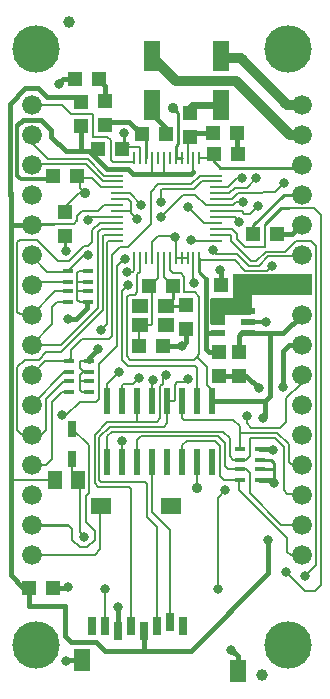
<source format=gbr>
G04 EAGLE Gerber RS-274X export*
G75*
%MOMM*%
%FSLAX34Y34*%
%LPD*%
%INTop Copper*%
%IPPOS*%
%AMOC8*
5,1,8,0,0,1.08239X$1,22.5*%
G01*
%ADD10R,1.100000X0.285000*%
%ADD11R,0.285000X1.100000*%
%ADD12R,0.280000X1.100000*%
%ADD13R,1.200000X0.550000*%
%ADD14R,1.400000X1.900000*%
%ADD15R,1.800000X1.400000*%
%ADD16R,0.700000X1.500000*%
%ADD17R,1.300000X1.200000*%
%ADD18R,1.200000X1.300000*%
%ADD19R,1.400000X1.200000*%
%ADD20R,0.600000X2.200000*%
%ADD21C,4.016000*%
%ADD22C,1.000000*%
%ADD23R,0.900000X0.450000*%
%ADD24C,1.676400*%
%ADD25R,0.800000X1.350000*%
%ADD26R,1.300000X1.500000*%
%ADD27R,1.400000X2.600000*%
%ADD28C,0.406400*%
%ADD29C,0.254000*%
%ADD30C,0.203200*%
%ADD31C,0.806400*%
%ADD32C,0.304800*%
%ADD33C,0.906400*%
%ADD34C,0.609600*%
%ADD35C,0.812800*%

G36*
X188078Y308626D02*
X188078Y308626D01*
X188197Y308633D01*
X188235Y308646D01*
X188276Y308651D01*
X188386Y308694D01*
X188499Y308731D01*
X188534Y308753D01*
X188571Y308768D01*
X188667Y308838D01*
X188768Y308901D01*
X188796Y308931D01*
X188829Y308954D01*
X188905Y309046D01*
X188986Y309133D01*
X189006Y309168D01*
X189031Y309199D01*
X189082Y309307D01*
X189140Y309411D01*
X189150Y309451D01*
X189167Y309487D01*
X189189Y309604D01*
X189219Y309719D01*
X189223Y309780D01*
X189227Y309800D01*
X189225Y309820D01*
X189229Y309880D01*
X189229Y317501D01*
X210820Y317501D01*
X210938Y317516D01*
X211057Y317523D01*
X211095Y317536D01*
X211136Y317541D01*
X211246Y317584D01*
X211359Y317621D01*
X211394Y317643D01*
X211431Y317658D01*
X211527Y317728D01*
X211628Y317791D01*
X211656Y317821D01*
X211689Y317844D01*
X211765Y317936D01*
X211846Y318023D01*
X211866Y318058D01*
X211891Y318089D01*
X211942Y318197D01*
X212000Y318301D01*
X212010Y318341D01*
X212027Y318377D01*
X212049Y318494D01*
X212079Y318609D01*
X212083Y318670D01*
X212087Y318690D01*
X212085Y318710D01*
X212089Y318770D01*
X212089Y334011D01*
X261620Y334011D01*
X261738Y334026D01*
X261857Y334033D01*
X261895Y334046D01*
X261936Y334051D01*
X262046Y334094D01*
X262159Y334131D01*
X262194Y334153D01*
X262231Y334168D01*
X262327Y334238D01*
X262428Y334301D01*
X262456Y334331D01*
X262489Y334354D01*
X262565Y334446D01*
X262646Y334533D01*
X262666Y334568D01*
X262691Y334599D01*
X262742Y334707D01*
X262800Y334811D01*
X262810Y334851D01*
X262827Y334887D01*
X262849Y335004D01*
X262879Y335119D01*
X262883Y335180D01*
X262887Y335200D01*
X262885Y335220D01*
X262889Y335280D01*
X262889Y350520D01*
X262874Y350638D01*
X262867Y350757D01*
X262854Y350795D01*
X262849Y350836D01*
X262806Y350946D01*
X262769Y351059D01*
X262747Y351094D01*
X262732Y351131D01*
X262663Y351227D01*
X262599Y351328D01*
X262569Y351356D01*
X262546Y351389D01*
X262454Y351465D01*
X262367Y351546D01*
X262332Y351566D01*
X262301Y351591D01*
X262193Y351642D01*
X262089Y351700D01*
X262049Y351710D01*
X262013Y351727D01*
X261896Y351749D01*
X261781Y351779D01*
X261721Y351783D01*
X261701Y351787D01*
X261680Y351785D01*
X261620Y351789D01*
X226579Y351789D01*
X226480Y351777D01*
X226381Y351774D01*
X226323Y351757D01*
X226263Y351749D01*
X226171Y351713D01*
X226076Y351685D01*
X226024Y351655D01*
X225967Y351632D01*
X225887Y351574D01*
X225821Y351535D01*
X204964Y351535D01*
X204953Y351546D01*
X204900Y351575D01*
X204852Y351612D01*
X204761Y351652D01*
X204674Y351700D01*
X204615Y351715D01*
X204560Y351739D01*
X204462Y351754D01*
X204366Y351779D01*
X204266Y351785D01*
X204246Y351789D01*
X204234Y351787D01*
X204205Y351789D01*
X196850Y351789D01*
X196732Y351774D01*
X196613Y351767D01*
X196575Y351754D01*
X196534Y351749D01*
X196424Y351706D01*
X196311Y351669D01*
X196276Y351647D01*
X196239Y351632D01*
X196143Y351563D01*
X196042Y351499D01*
X196014Y351469D01*
X195981Y351446D01*
X195906Y351354D01*
X195824Y351267D01*
X195804Y351232D01*
X195779Y351201D01*
X195728Y351093D01*
X195670Y350989D01*
X195660Y350949D01*
X195643Y350913D01*
X195621Y350796D01*
X195591Y350681D01*
X195587Y350621D01*
X195583Y350601D01*
X195584Y350582D01*
X195583Y350577D01*
X195584Y350568D01*
X195581Y350520D01*
X195581Y331469D01*
X177800Y331469D01*
X177682Y331454D01*
X177563Y331447D01*
X177525Y331434D01*
X177484Y331429D01*
X177374Y331386D01*
X177261Y331349D01*
X177226Y331327D01*
X177189Y331312D01*
X177093Y331243D01*
X176992Y331179D01*
X176964Y331149D01*
X176931Y331126D01*
X176856Y331034D01*
X176774Y330947D01*
X176754Y330912D01*
X176729Y330881D01*
X176678Y330773D01*
X176620Y330669D01*
X176610Y330629D01*
X176593Y330593D01*
X176571Y330476D01*
X176541Y330361D01*
X176537Y330301D01*
X176533Y330281D01*
X176534Y330271D01*
X176533Y330269D01*
X176534Y330254D01*
X176531Y330200D01*
X176531Y309880D01*
X176546Y309762D01*
X176553Y309643D01*
X176566Y309605D01*
X176571Y309564D01*
X176614Y309454D01*
X176651Y309341D01*
X176673Y309306D01*
X176688Y309269D01*
X176758Y309173D01*
X176821Y309072D01*
X176851Y309044D01*
X176874Y309011D01*
X176966Y308936D01*
X177053Y308854D01*
X177088Y308834D01*
X177119Y308809D01*
X177227Y308758D01*
X177331Y308700D01*
X177371Y308690D01*
X177407Y308673D01*
X177524Y308651D01*
X177639Y308621D01*
X177700Y308617D01*
X177720Y308613D01*
X177740Y308615D01*
X177800Y308611D01*
X187960Y308611D01*
X188078Y308626D01*
G37*
D10*
X97700Y435170D03*
X97700Y430170D03*
X97700Y425170D03*
X97700Y420170D03*
X97700Y415170D03*
X97700Y410170D03*
X97700Y405170D03*
X97700Y400170D03*
X97700Y395170D03*
X97700Y390170D03*
X97700Y385170D03*
X97700Y380170D03*
D11*
X112200Y365670D03*
X117200Y365670D03*
X122200Y365670D03*
X127200Y365670D03*
X132200Y365670D03*
X137200Y365670D03*
X142200Y365670D03*
X147200Y365670D03*
X152200Y365670D03*
X157200Y365670D03*
X162200Y365670D03*
X167200Y365670D03*
D10*
X181700Y380170D03*
X181700Y385170D03*
X181700Y390170D03*
X181700Y395170D03*
X181700Y400170D03*
X181700Y405170D03*
X181700Y410170D03*
X181700Y415170D03*
X181700Y420170D03*
X181700Y425170D03*
X181700Y430170D03*
X181700Y435170D03*
D11*
X167200Y449670D03*
X162200Y449670D03*
X157200Y449670D03*
X152200Y449670D03*
X147200Y449670D03*
X142200Y449670D03*
X137200Y449670D03*
X132200Y449670D03*
X127200Y449670D03*
X122200Y449670D03*
X117200Y449670D03*
D12*
X112200Y449670D03*
D13*
X208660Y301690D03*
X208660Y311190D03*
X208660Y320690D03*
X182660Y320690D03*
X182660Y311190D03*
X182660Y301690D03*
D14*
X67580Y24620D03*
X199580Y15620D03*
D15*
X83580Y155620D03*
X143580Y155620D03*
D16*
X76580Y53620D03*
X87580Y53620D03*
X98580Y49620D03*
X109580Y53620D03*
X120580Y49620D03*
X131580Y53620D03*
X142580Y57620D03*
X153580Y53620D03*
D17*
X66590Y497894D03*
X66590Y477574D03*
D18*
X233338Y385508D03*
X213018Y385508D03*
D19*
X116882Y324444D03*
X138882Y324444D03*
X116882Y308444D03*
X138882Y308444D03*
D17*
X156210Y325374D03*
X156210Y305054D03*
D18*
X116078Y290830D03*
X136398Y290830D03*
X124714Y341884D03*
X145034Y341884D03*
D17*
X184150Y285750D03*
X184150Y265430D03*
X200660Y285750D03*
X200660Y265430D03*
D18*
X81762Y457630D03*
X102082Y457630D03*
X42942Y434864D03*
X63262Y434864D03*
X22860Y86360D03*
X43180Y86360D03*
X205486Y342138D03*
X185166Y342138D03*
D20*
X165608Y244440D03*
X140208Y192440D03*
X178308Y244440D03*
X152908Y244440D03*
X140208Y244440D03*
X152908Y192440D03*
X127508Y192440D03*
X114808Y192440D03*
X114808Y244440D03*
X89408Y192440D03*
X127508Y244440D03*
X102108Y244440D03*
X102108Y192440D03*
X89408Y244440D03*
X165608Y192440D03*
X178308Y192440D03*
D17*
X87290Y478150D03*
X87290Y498470D03*
D18*
X178560Y471410D03*
X198880Y471410D03*
X82160Y516550D03*
X61840Y516550D03*
X199678Y453742D03*
X179358Y453742D03*
D17*
X53848Y404432D03*
X53848Y384112D03*
X159080Y487880D03*
X159080Y467560D03*
D18*
X138800Y470130D03*
X118480Y470130D03*
D21*
X29210Y38100D03*
X242570Y38100D03*
X242570Y542290D03*
X29210Y542290D03*
D22*
X57150Y565150D03*
X220350Y12190D03*
D23*
X72762Y354122D03*
X55762Y354122D03*
X72762Y345122D03*
X72762Y337122D03*
X72762Y328122D03*
X55762Y328122D03*
X55762Y345122D03*
X55762Y337122D03*
X73524Y277922D03*
X56524Y277922D03*
X73524Y268922D03*
X73524Y260922D03*
X73524Y251922D03*
X56524Y251922D03*
X56524Y268922D03*
X56524Y260922D03*
D24*
X254000Y495300D03*
X254000Y469900D03*
X254000Y444500D03*
X254000Y419100D03*
X254000Y393700D03*
X254000Y368300D03*
X254000Y342900D03*
X254000Y317500D03*
X254000Y292100D03*
X254000Y266700D03*
X254000Y241300D03*
X254000Y215900D03*
X254000Y190500D03*
X254000Y165100D03*
X254000Y139700D03*
X254000Y114300D03*
D23*
X218558Y203500D03*
X201558Y203500D03*
X218558Y194500D03*
X218558Y186500D03*
X218558Y177500D03*
X201558Y177500D03*
X201558Y194500D03*
X201558Y186500D03*
D24*
X25400Y495300D03*
X25400Y469900D03*
X25400Y444500D03*
X25400Y419100D03*
X25400Y393700D03*
X25400Y368300D03*
X25400Y342900D03*
X25400Y317500D03*
X25400Y292100D03*
X25400Y266700D03*
X25400Y241300D03*
X25400Y215900D03*
X25400Y190500D03*
X25400Y165100D03*
X25400Y139700D03*
X25400Y114300D03*
D25*
X59690Y220980D03*
X59690Y195580D03*
D26*
X64110Y177800D03*
X45110Y177800D03*
D27*
X185420Y536120D03*
X185420Y495120D03*
X127000Y536120D03*
X127000Y495120D03*
D28*
X175260Y285750D02*
X184150Y285750D01*
X175260Y285750D02*
X172466Y288544D01*
X172466Y302260D01*
X172466Y347980D01*
D29*
X167200Y353246D02*
X167200Y365670D01*
D28*
X173036Y301690D02*
X182660Y301690D01*
X173036Y301690D02*
X172466Y302260D01*
D30*
X107054Y415170D02*
X97700Y415170D01*
X107054Y415170D02*
X109728Y412496D01*
X109728Y405384D01*
X109728Y403352D01*
X109514Y405170D02*
X97700Y405170D01*
X109728Y403352D02*
X114808Y398272D01*
D31*
X114808Y398272D03*
D30*
X109514Y405170D02*
X109728Y405384D01*
X163830Y419100D02*
X172720Y410210D01*
X163830Y419100D02*
X153416Y419100D01*
D31*
X135128Y400304D03*
D30*
X206248Y354584D02*
X224536Y354584D01*
X228600Y358648D01*
D31*
X228600Y358648D03*
X204488Y412464D03*
D30*
X198120Y412496D02*
X195794Y410170D01*
X167200Y365670D02*
X167200Y364168D01*
X167640Y363728D01*
X197104Y363728D01*
X206248Y354584D01*
X135128Y400304D02*
X134620Y400304D01*
X153416Y419100D01*
D29*
X167200Y353246D02*
X172466Y347980D01*
D30*
X198152Y412464D02*
X198120Y412496D01*
X198152Y412464D02*
X204488Y412464D01*
X195794Y410210D02*
X181660Y410210D01*
X195794Y410210D02*
X195794Y410170D01*
X181660Y410210D02*
X172720Y410210D01*
X181660Y410210D02*
X181700Y410170D01*
D28*
X7112Y419100D02*
X7112Y420370D01*
X7112Y496111D01*
X17780Y86360D02*
X22860Y86360D01*
X17780Y86360D02*
X7479Y96661D01*
X202630Y301690D02*
X208660Y301690D01*
X202630Y301690D02*
X200660Y299720D01*
X200660Y285750D01*
X208660Y301690D02*
X228600Y301690D01*
X238190Y301690D01*
X254000Y317500D01*
X222850Y244440D02*
X178308Y244440D01*
X222850Y244440D02*
X227330Y248920D01*
X227330Y300420D01*
X228600Y301690D01*
X22860Y86360D02*
X22860Y71120D01*
X53340Y71120D01*
X53340Y45720D01*
X58420Y40640D01*
X80010Y40640D01*
X87630Y33020D01*
X120650Y33782D02*
X120650Y49550D01*
X120580Y49620D01*
X218558Y177500D02*
X227884Y177500D01*
X230632Y174752D01*
D31*
X230632Y174752D03*
X225552Y127000D03*
D28*
X225552Y98552D01*
X160020Y33020D01*
X119888Y33020D02*
X87630Y33020D01*
X119888Y33020D02*
X160020Y33020D01*
X120650Y33782D02*
X119888Y33020D01*
D29*
X218558Y194500D02*
X228156Y194500D01*
X230632Y192024D01*
X230632Y185928D01*
X230632Y174752D01*
X230060Y186500D02*
X218558Y186500D01*
X230060Y186500D02*
X230632Y185928D01*
D31*
X221488Y229616D03*
D30*
X167132Y283972D02*
X167132Y332740D01*
X167132Y283972D02*
X165100Y281940D01*
X162560Y279400D01*
X177800Y253746D02*
X177800Y244948D01*
X178308Y244440D01*
X117200Y353928D02*
X117200Y365670D01*
X108712Y279400D02*
X162560Y279400D01*
X105664Y282448D02*
X105664Y332232D01*
D31*
X238760Y428752D03*
D30*
X154432Y349504D02*
X154432Y336296D01*
X163576Y336296D01*
X167132Y332740D01*
X142200Y355386D02*
X142200Y365670D01*
X142200Y355386D02*
X145034Y352552D01*
X151384Y352552D01*
X154432Y349504D01*
X221488Y421640D02*
X231648Y421640D01*
X238760Y428752D01*
X194698Y415170D02*
X181700Y415170D01*
X194698Y415170D02*
X200088Y420560D01*
X220408Y420560D01*
X221488Y421640D01*
X97700Y410170D02*
X86574Y410170D01*
X81280Y404876D01*
X67877Y404876D01*
X64000Y400999D01*
X64000Y397566D01*
X64000Y396999D01*
X60722Y394288D02*
X44212Y394288D01*
X105664Y332232D02*
X107696Y334264D01*
X112776Y334264D01*
X114808Y336296D01*
X114808Y351536D01*
X117200Y353928D01*
X173736Y257810D02*
X177800Y253746D01*
X173736Y257810D02*
X173736Y273304D01*
X165100Y281940D01*
X45110Y177800D02*
X7487Y177800D01*
X7479Y177792D01*
X108712Y279400D02*
X105664Y282448D01*
D28*
X222850Y244440D02*
X222850Y230978D01*
X221488Y229616D01*
X7479Y177792D02*
X7479Y96661D01*
X7479Y177792D02*
X7479Y391999D01*
X7479Y420003D01*
X7112Y420370D01*
X9180Y393700D02*
X25400Y393700D01*
X9180Y393700D02*
X7479Y391999D01*
D29*
X25988Y394288D02*
X44212Y394288D01*
X25988Y394288D02*
X25400Y393700D01*
D30*
X60722Y394288D02*
X64000Y397566D01*
D28*
X7112Y496111D02*
X20000Y508999D01*
X31000Y508999D01*
X38000Y501999D01*
X65025Y501999D01*
X65025Y499459D01*
X66590Y497894D01*
X81280Y288544D02*
X73706Y280970D01*
D31*
X81280Y288544D03*
D30*
X73524Y251922D02*
X68118Y251922D01*
X66040Y254000D01*
X66040Y261112D01*
X66040Y266192D01*
X68770Y268922D01*
X73524Y268922D01*
X73524Y260922D02*
X66230Y260922D01*
X66040Y261112D01*
D31*
X99568Y269240D03*
X55880Y313944D03*
D28*
X62992Y313944D01*
D30*
X65578Y354122D02*
X72762Y354122D01*
X65578Y354122D02*
X64008Y352552D01*
X64008Y345440D01*
X64008Y337312D01*
X64008Y330200D01*
X66040Y328168D01*
X71716Y328168D01*
X72762Y337122D02*
X64198Y337122D01*
X64008Y337312D01*
X64326Y345122D02*
X72762Y345122D01*
X64326Y345122D02*
X64008Y345440D01*
D31*
X146304Y383032D03*
D30*
X127200Y379168D02*
X127200Y365670D01*
X127200Y379168D02*
X132080Y384048D01*
D31*
X184912Y355600D03*
D28*
X185166Y355346D02*
X185166Y342138D01*
X185166Y355346D02*
X184912Y355600D01*
D31*
X134874Y412750D03*
D30*
X169058Y430170D02*
X181700Y430170D01*
D31*
X223520Y310896D03*
D32*
X223226Y311190D02*
X208660Y311190D01*
X223226Y311190D02*
X223520Y310896D01*
D31*
X237744Y256032D03*
D28*
X237744Y286512D02*
X243332Y292100D01*
X237744Y286512D02*
X237744Y256032D01*
D31*
X217424Y255016D03*
D28*
X200660Y265430D02*
X184150Y265430D01*
D31*
X152400Y290576D03*
D28*
X152146Y290830D02*
X136398Y290830D01*
X152146Y290830D02*
X152400Y290576D01*
D31*
X117856Y410464D03*
D30*
X108150Y420170D02*
X97700Y420170D01*
X108150Y420170D02*
X117856Y410464D01*
D31*
X229870Y203200D03*
D28*
X229570Y203500D02*
X218558Y203500D01*
X229570Y203500D02*
X229870Y203200D01*
D31*
X56134Y86614D03*
X98552Y70104D03*
D28*
X98580Y70076D02*
X98580Y49620D01*
X98580Y70076D02*
X98552Y70104D01*
D31*
X54102Y24384D03*
X194056Y33528D03*
D28*
X67580Y24620D02*
X54338Y24620D01*
X54102Y24384D01*
X199580Y28004D02*
X199580Y15620D01*
X199580Y28004D02*
X194056Y33528D01*
D30*
X162560Y423672D02*
X169058Y430170D01*
X162560Y423672D02*
X135636Y423672D01*
X134874Y422910D01*
X134874Y412750D01*
X73524Y268922D02*
X69406Y268922D01*
X66040Y272288D01*
X66040Y278384D01*
D28*
X200660Y265430D02*
X207010Y265430D01*
X217424Y255016D01*
D30*
X145288Y384048D02*
X132080Y384048D01*
X145288Y384048D02*
X146304Y383032D01*
X147200Y382136D02*
X147200Y365670D01*
X147200Y382136D02*
X146304Y383032D01*
D28*
X243332Y292100D02*
X254000Y292100D01*
D30*
X89408Y259080D02*
X89408Y244440D01*
X89408Y259080D02*
X99568Y269240D01*
X73794Y280882D02*
X73706Y280970D01*
D28*
X152400Y290576D02*
X156210Y294386D01*
X156210Y305054D01*
X56134Y86614D02*
X55880Y86360D01*
X43180Y86360D01*
X62992Y313944D02*
X71762Y322714D01*
X233338Y385508D02*
X245808Y385508D01*
X254000Y393700D01*
D29*
X53848Y384112D02*
X53848Y371151D01*
X54000Y370999D01*
D31*
X54000Y370999D03*
D30*
X152200Y365670D02*
X157200Y365670D01*
X152200Y365670D02*
X147200Y365670D01*
D28*
X71762Y327122D02*
X71762Y322714D01*
X71762Y327122D02*
X72762Y328122D01*
X71762Y328122D01*
X71716Y328168D01*
D30*
X73062Y278384D02*
X66040Y278384D01*
X73062Y278384D02*
X73524Y277922D01*
D28*
X73706Y278104D02*
X73706Y280970D01*
X73706Y278104D02*
X73524Y277922D01*
X110744Y436880D02*
X106625Y440999D01*
X110744Y436880D02*
X127000Y436880D01*
X138176Y436880D01*
X160528Y436880D01*
X161544Y437896D01*
D30*
X162200Y438552D02*
X162200Y449670D01*
X162200Y438552D02*
X161544Y437896D01*
X138176Y436880D02*
X137200Y437856D01*
X137200Y449670D01*
X127200Y449670D02*
X127200Y437080D01*
X127000Y436880D01*
D32*
X37084Y432054D02*
X16002Y432054D01*
X13208Y434848D01*
X13208Y477920D01*
D28*
X17923Y482635D01*
D30*
X40894Y435864D02*
X37084Y432054D01*
D28*
X33365Y482635D02*
X17923Y482635D01*
X89000Y440999D02*
X106625Y440999D01*
X89000Y440999D02*
X74000Y455999D01*
X67000Y455999D01*
X54000Y455999D01*
X42000Y467999D01*
X42000Y474000D01*
X33365Y482635D01*
X74000Y455999D02*
X77131Y455999D01*
D29*
X41942Y435864D02*
X40894Y435864D01*
X41942Y435864D02*
X42942Y434864D01*
X77131Y455999D02*
X80131Y455999D01*
D28*
X66590Y456409D02*
X66590Y477574D01*
X66590Y456409D02*
X67000Y455999D01*
D30*
X80131Y455999D02*
X81762Y455999D01*
X81762Y457630D01*
D29*
X213018Y393018D02*
X213018Y385508D01*
X213018Y393018D02*
X239100Y419100D01*
X254000Y419100D01*
X179358Y447641D02*
X179358Y448310D01*
X179358Y453742D01*
X152200Y449670D02*
X147200Y449670D01*
X147200Y460199D01*
X149000Y461999D01*
X149000Y487999D01*
X145000Y491999D01*
D33*
X145000Y491999D03*
D29*
X179358Y447641D02*
X185000Y441999D01*
X251499Y441999D01*
X254000Y444500D01*
D31*
X103000Y470999D03*
D28*
X61840Y516550D02*
X51551Y516550D01*
X48000Y512999D01*
D31*
X48000Y512999D03*
D29*
X103000Y470999D02*
X103000Y458548D01*
X105615Y461163D02*
X106451Y461999D01*
X105615Y461163D02*
X103000Y458548D01*
X105451Y461163D02*
X105615Y461163D01*
X103000Y458548D02*
X102082Y457630D01*
D30*
X167200Y449670D02*
X177998Y449670D01*
X179358Y448310D01*
X117200Y449670D02*
X117200Y459380D01*
X116840Y459740D01*
X104192Y459740D01*
X102082Y457630D01*
X122428Y341884D02*
X124714Y341884D01*
X127000Y338328D02*
X127000Y309880D01*
X125984Y308864D01*
X116286Y291038D02*
X116078Y290830D01*
X132200Y348608D02*
X132200Y365670D01*
X132200Y348608D02*
X125476Y341884D01*
X124714Y341884D01*
X124714Y340614D02*
X127000Y338328D01*
X124714Y340614D02*
X124714Y341884D01*
X125984Y308864D02*
X117302Y308864D01*
X116882Y308444D01*
X116078Y307640D02*
X116078Y290830D01*
X116078Y307640D02*
X116882Y308444D01*
X137200Y349210D02*
X137200Y365670D01*
D29*
X145034Y341884D02*
X145034Y330596D01*
X138882Y324444D01*
X156210Y324444D02*
X156210Y325374D01*
X156210Y324444D02*
X138882Y324444D01*
D30*
X144526Y341884D02*
X137200Y349210D01*
X144526Y341884D02*
X145034Y341884D01*
X97536Y290576D02*
X82296Y275336D01*
X97536Y290576D02*
X97536Y358648D01*
X56524Y268922D02*
X53022Y268922D01*
X25400Y241300D01*
X82296Y246126D02*
X82296Y275336D01*
X82296Y246126D02*
X80010Y243840D01*
X66040Y243840D01*
X54610Y232410D01*
X50800Y232410D01*
D31*
X50800Y232410D03*
D30*
X97536Y358648D02*
X103378Y364490D01*
X104140Y364490D01*
D31*
X104140Y364490D03*
X160020Y381000D03*
D30*
X160850Y380170D01*
X181700Y380170D01*
D31*
X73152Y367888D03*
X215392Y432816D03*
D30*
X25400Y368300D02*
X25400Y366776D01*
X38608Y353568D01*
X56208Y353568D01*
X207232Y424656D02*
X215392Y432816D01*
X207232Y424656D02*
X197072Y424656D01*
X192586Y420170D01*
X181700Y420170D01*
D29*
X73152Y367888D02*
X70528Y367888D01*
D30*
X69528Y367888D01*
X55762Y354122D01*
X56208Y353676D02*
X56208Y353568D01*
X56208Y353676D02*
X55762Y354122D01*
X25590Y343090D02*
X25400Y342900D01*
D31*
X203200Y432816D03*
D30*
X55762Y345122D02*
X27622Y345122D01*
X25400Y342900D01*
X181700Y425170D02*
X191490Y425170D01*
X199136Y432816D02*
X203200Y432816D01*
X199136Y432816D02*
X191490Y425170D01*
X36622Y277922D02*
X25400Y266700D01*
X167962Y435170D02*
X181700Y435170D01*
X167962Y435170D02*
X160528Y427736D01*
X132080Y427736D01*
X125984Y421640D01*
X125984Y393954D01*
X93472Y368027D02*
X93472Y299720D01*
X90424Y296672D01*
X68072Y296672D01*
X58928Y287528D01*
X93472Y368027D02*
X100095Y374650D01*
X106680Y374650D01*
X125984Y393954D01*
X58928Y287528D02*
X58928Y280326D01*
X56524Y277922D01*
X36622Y277922D01*
X47528Y362952D02*
X29480Y381000D01*
X15240Y381000D01*
X13208Y378968D01*
X13208Y320040D01*
X15240Y318008D01*
X24892Y318008D01*
X25400Y317500D01*
X47528Y362952D02*
X56992Y362952D01*
X55762Y337122D02*
X45022Y337122D01*
X25400Y317500D01*
X82750Y395170D02*
X97700Y395170D01*
X82750Y395170D02*
X76708Y389128D01*
X76708Y379048D01*
X73184Y375524D01*
X69564Y375524D01*
X56992Y362952D01*
X84354Y390170D02*
X97700Y390170D01*
X84354Y390170D02*
X81280Y387096D01*
X81280Y323088D01*
X50292Y292100D01*
X25400Y292100D01*
X46690Y328122D02*
X55762Y328122D01*
X46690Y328122D02*
X42672Y324104D01*
X42672Y309372D01*
X25400Y292100D01*
X52642Y260922D02*
X56524Y260922D01*
X52642Y260922D02*
X37592Y245872D01*
X37592Y219456D01*
X33528Y215392D01*
X25908Y215392D01*
X25400Y215900D01*
X86466Y385170D02*
X97700Y385170D01*
X86466Y385170D02*
X85344Y384048D01*
X85344Y321056D01*
X49784Y285496D02*
X37592Y285496D01*
X31496Y279400D01*
X19304Y279400D01*
X13208Y273304D01*
X13208Y219456D01*
X16256Y216408D01*
X24892Y216408D01*
X25400Y215900D01*
X49784Y285496D02*
X85344Y321056D01*
X50754Y251922D02*
X42672Y243840D01*
X42672Y195072D01*
X37592Y189992D01*
X25908Y189992D01*
X25400Y190500D01*
X90610Y380170D02*
X97700Y380170D01*
X90610Y380170D02*
X89408Y378968D01*
X89408Y309880D01*
X84328Y304800D01*
D31*
X84328Y304800D03*
D30*
X56524Y251922D02*
X50754Y251922D01*
D31*
X216680Y409464D03*
D30*
X87580Y85140D02*
X87580Y53620D01*
X87580Y85140D02*
X87376Y85344D01*
D31*
X87376Y85344D03*
X182880Y85344D03*
D30*
X182880Y162560D01*
X188976Y168656D01*
D31*
X188976Y168656D03*
X207264Y231648D03*
D30*
X207264Y225552D01*
X211328Y221488D01*
X235712Y221488D01*
X240792Y226568D01*
X240792Y246888D01*
X252984Y259080D01*
X252984Y265684D01*
X254000Y266700D01*
X196890Y405170D02*
X181700Y405170D01*
X196890Y405170D02*
X197060Y405000D01*
X203000Y405000D01*
X205000Y403000D01*
X210000Y403000D01*
X216464Y409464D01*
X216680Y409464D01*
X131580Y137660D02*
X131580Y53620D01*
X131580Y137660D02*
X122936Y146304D01*
X122936Y173736D01*
X120904Y175768D01*
X84328Y175768D01*
X91440Y222504D02*
X137160Y222504D01*
X140208Y225552D01*
X140208Y244440D01*
X91440Y222504D02*
X82550Y213614D01*
X82550Y177546D01*
X84328Y175768D01*
D31*
X157480Y263144D03*
X201152Y396256D03*
D30*
X197238Y400170D01*
X145888Y244440D02*
X140208Y244440D01*
X145888Y244440D02*
X146304Y244856D01*
X146304Y258064D01*
X148336Y260096D01*
X154432Y260096D01*
X157480Y263144D01*
X181700Y400170D02*
X197238Y400170D01*
X109580Y169820D02*
X109580Y53620D01*
X109580Y169820D02*
X107696Y171704D01*
X81280Y171704D01*
X89408Y226568D02*
X114808Y226568D01*
X131064Y226568D01*
X114808Y226568D02*
X114808Y244440D01*
X89408Y226568D02*
X78486Y215646D01*
X78486Y174498D01*
X81280Y171704D01*
X170996Y395170D02*
X181700Y395170D01*
X170996Y395170D02*
X157226Y408940D01*
D31*
X157226Y408940D03*
X139192Y266192D03*
D30*
X136144Y263144D01*
X136144Y259080D01*
X134112Y257048D01*
X134112Y229616D01*
X131064Y226568D01*
X181700Y390170D02*
X195046Y390170D01*
X199104Y386112D01*
X270256Y401574D02*
X270256Y88392D01*
D31*
X240792Y99568D03*
D30*
X265176Y83312D02*
X270256Y88392D01*
X265176Y83312D02*
X257048Y83312D01*
X240792Y99568D01*
X242872Y407416D02*
X264414Y407416D01*
X270256Y401574D01*
D29*
X236416Y407416D02*
X223000Y394000D01*
X236416Y407416D02*
X242872Y407416D01*
D30*
X223000Y394000D02*
X223000Y375000D01*
X206000Y375000D01*
X199104Y381896D01*
X199104Y386112D01*
X192934Y385170D02*
X181700Y385170D01*
X192934Y385170D02*
X194088Y384016D01*
X194088Y379952D01*
X211328Y362712D01*
X215392Y362712D01*
X223520Y370840D01*
X239776Y370840D01*
X248920Y379984D01*
X262128Y379984D01*
X266192Y375920D01*
X266192Y105664D01*
X257048Y96520D01*
D31*
X257048Y96520D03*
X69850Y129540D03*
D30*
X66040Y133350D01*
X59690Y182220D02*
X59690Y195580D01*
X59690Y182220D02*
X64110Y177800D01*
X66040Y175870D01*
X66040Y133350D01*
X102108Y192440D02*
X102108Y209804D01*
X101600Y210312D01*
D31*
X101600Y210312D03*
X162560Y344424D03*
D30*
X162200Y344784D02*
X162200Y365670D01*
X162200Y344784D02*
X162560Y344424D01*
X97700Y435170D02*
X86703Y435170D01*
X72842Y449031D01*
X39000Y449031D01*
X25400Y462631D01*
X25400Y469900D01*
X85955Y430170D02*
X97700Y430170D01*
X85955Y430170D02*
X71158Y444967D01*
X26000Y444967D01*
X25999Y444967D02*
X25947Y444958D01*
X25896Y444945D01*
X25845Y444929D01*
X25796Y444909D01*
X25748Y444886D01*
X25702Y444859D01*
X25658Y444830D01*
X25616Y444797D01*
X25577Y444762D01*
X25540Y444723D01*
X25506Y444683D01*
X25475Y444640D01*
X25446Y444595D01*
X25421Y444548D01*
X25400Y444500D01*
X83846Y425170D02*
X97700Y425170D01*
X83846Y425170D02*
X76200Y432816D01*
X65278Y432816D01*
X165608Y272288D02*
X165608Y244440D01*
X163576Y274320D02*
X106680Y274320D01*
X101600Y279400D01*
X101600Y337312D01*
X106680Y342392D01*
D31*
X106680Y342392D03*
D33*
X70358Y420624D03*
D30*
X69850Y421640D02*
X66548Y424942D01*
X66548Y428498D01*
X163576Y274320D02*
X165608Y272288D01*
X66548Y428498D02*
X64262Y430784D01*
X65625Y420624D02*
X53848Y408847D01*
X65625Y420624D02*
X70358Y420624D01*
X69850Y421132D01*
X69850Y421640D01*
X65278Y432816D02*
X65278Y432848D01*
X63262Y434864D01*
X64262Y433864D02*
X64262Y430784D01*
X64262Y433864D02*
X63262Y434864D01*
X53848Y408847D02*
X53848Y404432D01*
D31*
X72866Y397256D03*
X178562Y371856D03*
D30*
X253492Y368808D02*
X254000Y368300D01*
X97700Y400170D02*
X75780Y400170D01*
X72866Y397256D01*
X178562Y371856D02*
X181610Y368808D01*
X199136Y368808D01*
X209296Y358648D01*
X217424Y358648D01*
X252476Y366776D02*
X254000Y368300D01*
X252476Y366776D02*
X225552Y366776D01*
X217424Y358648D01*
X142580Y134788D02*
X142580Y57620D01*
X142580Y134788D02*
X127000Y150368D01*
X127000Y191932D02*
X127508Y192440D01*
X127000Y191932D02*
X127000Y150368D01*
D29*
X122200Y449670D02*
X122200Y468410D01*
D28*
X108000Y480610D02*
X89750Y480610D01*
X87290Y478150D01*
D29*
X120480Y470130D02*
X122200Y468410D01*
X120480Y470130D02*
X118480Y470130D01*
D28*
X108000Y480610D01*
X159000Y471410D02*
X178560Y471410D01*
X159000Y471410D02*
X157080Y471410D01*
D29*
X157080Y467560D02*
X159080Y467560D01*
D30*
X157080Y467560D02*
X157080Y469490D01*
X159000Y471410D01*
X157200Y465680D02*
X157200Y449670D01*
X157200Y465680D02*
X159080Y467560D01*
D28*
X87290Y511420D02*
X82160Y516550D01*
X87290Y511420D02*
X87290Y498470D01*
X198880Y453742D02*
X199678Y453742D01*
X198880Y453742D02*
X198880Y471410D01*
D34*
X160700Y495120D02*
X159080Y493500D01*
X160700Y495120D02*
X185420Y495120D01*
X159080Y493500D02*
X159080Y487880D01*
D28*
X138800Y475880D02*
X138800Y470130D01*
X138800Y475880D02*
X127000Y487680D01*
X127000Y495120D01*
D30*
X127508Y261620D02*
X127508Y244440D01*
X127508Y261620D02*
X128016Y262128D01*
D31*
X128016Y262128D03*
D30*
X93472Y218440D02*
X186944Y218440D01*
X93472Y218440D02*
X89408Y214376D01*
X89408Y192440D01*
X186944Y218440D02*
X192786Y212598D01*
X192786Y197358D01*
X195644Y194500D02*
X201558Y194500D01*
X195644Y194500D02*
X192786Y197358D01*
X209804Y197358D02*
X209804Y212598D01*
X230886Y213360D02*
X238760Y205486D01*
X238760Y168656D01*
X241808Y165608D01*
X253492Y165608D01*
X254000Y165100D01*
X209804Y197358D02*
X206946Y194500D01*
X201558Y194500D01*
X210566Y213360D02*
X230886Y213360D01*
X210566Y213360D02*
X209804Y212598D01*
X114808Y211328D02*
X114808Y192440D01*
X114808Y211328D02*
X117856Y214376D01*
X182880Y214376D01*
X191452Y186500D02*
X201558Y186500D01*
X191452Y186500D02*
X188722Y189230D01*
X188722Y208534D01*
X182880Y214376D01*
X209804Y183642D02*
X209804Y166116D01*
X236728Y139192D01*
X253492Y139192D01*
X254000Y139700D01*
X209804Y183642D02*
X206946Y186500D01*
X201558Y186500D01*
D31*
X105664Y353568D03*
D33*
X165608Y170688D03*
D30*
X165608Y192440D01*
X112200Y355024D02*
X112200Y365670D01*
X112200Y355024D02*
X110744Y353568D01*
X105664Y353568D01*
X241808Y116840D02*
X244856Y113792D01*
X253492Y113792D01*
X254000Y114300D01*
X152908Y192440D02*
X152908Y206756D01*
X156464Y210312D01*
X180848Y210312D01*
X184658Y206502D01*
X184658Y181102D01*
X188260Y177500D01*
X241808Y128016D02*
X241808Y116840D01*
X241808Y128016D02*
X201034Y168790D01*
X201558Y177500D02*
X188260Y177500D01*
X201034Y176976D02*
X201034Y168790D01*
X201034Y176976D02*
X201558Y177500D01*
X152908Y230124D02*
X152908Y244440D01*
X152908Y230124D02*
X154432Y228600D01*
X196088Y228600D01*
X201288Y223400D01*
X201288Y217424D01*
X232918Y217424D01*
X242824Y207518D01*
X242824Y193040D01*
X244856Y191008D01*
X253492Y191008D01*
X254000Y190500D01*
X201288Y203230D02*
X201288Y217424D01*
X201558Y203500D02*
X201288Y203230D01*
X102108Y244440D02*
X102108Y257556D01*
X103632Y259080D01*
X110744Y259080D01*
X115824Y264160D01*
D31*
X115824Y264160D03*
D30*
X78740Y114300D02*
X25400Y114300D01*
X78740Y114300D02*
X83312Y118872D01*
X83312Y155352D01*
X83580Y155620D01*
D29*
X55880Y139700D02*
X25400Y139700D01*
D30*
X55880Y139700D02*
X59690Y135890D01*
X59690Y127000D01*
X66040Y120650D01*
X72390Y120650D01*
X78740Y127000D01*
X78740Y134620D01*
X71120Y142240D01*
X71120Y163830D01*
X73660Y166370D01*
X73660Y207010D01*
X59690Y220980D01*
D35*
X241699Y495300D02*
X202499Y534500D01*
X241699Y495300D02*
X254000Y495300D01*
X202499Y534500D02*
X187040Y534500D01*
X185420Y536120D01*
X127000Y536120D02*
X127000Y535940D01*
X147320Y515620D01*
X198120Y515620D01*
X243840Y469900D01*
X254000Y469900D01*
D30*
X112200Y446729D02*
X94000Y446729D01*
X92000Y448729D01*
X92000Y464999D01*
X77000Y486999D02*
X76540Y487459D01*
X58540Y487459D01*
X50699Y495300D01*
X25400Y495300D01*
X77000Y486999D02*
X77000Y467999D01*
X89000Y467999D01*
X92000Y464999D01*
X112200Y449670D02*
X112200Y446729D01*
M02*

</source>
